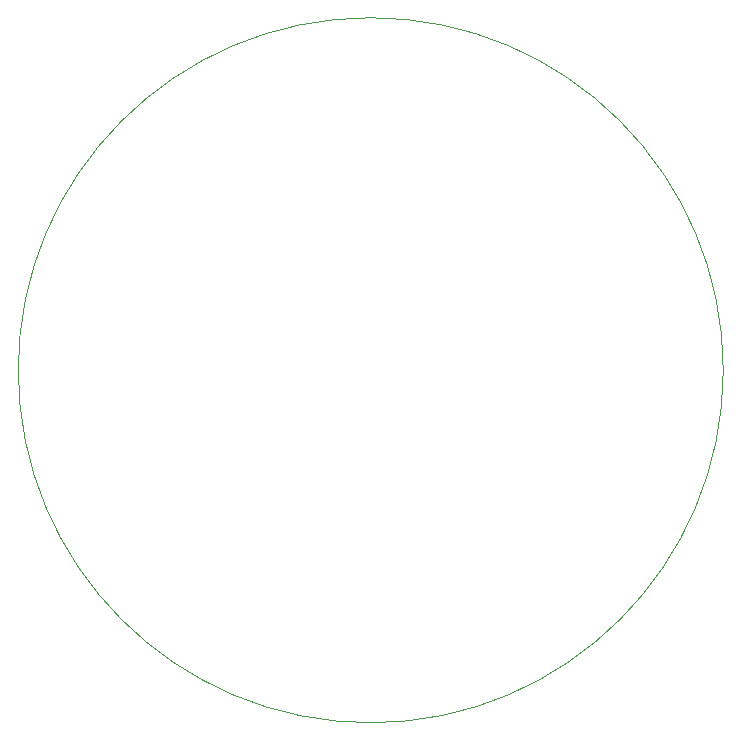
<source format=gm1>
%TF.GenerationSoftware,KiCad,Pcbnew,7.0.5-0*%
%TF.CreationDate,2024-11-17T18:20:44-05:00*%
%TF.ProjectId,PCB_design,5043425f-6465-4736-9967-6e2e6b696361,rev?*%
%TF.SameCoordinates,Original*%
%TF.FileFunction,Profile,NP*%
%FSLAX46Y46*%
G04 Gerber Fmt 4.6, Leading zero omitted, Abs format (unit mm)*
G04 Created by KiCad (PCBNEW 7.0.5-0) date 2024-11-17 18:20:44*
%MOMM*%
%LPD*%
G01*
G04 APERTURE LIST*
%TA.AperFunction,Profile*%
%ADD10C,0.100000*%
%TD*%
G04 APERTURE END LIST*
D10*
X131905000Y-65035000D02*
G75*
G03*
X131905000Y-65035000I-29845825J0D01*
G01*
M02*

</source>
